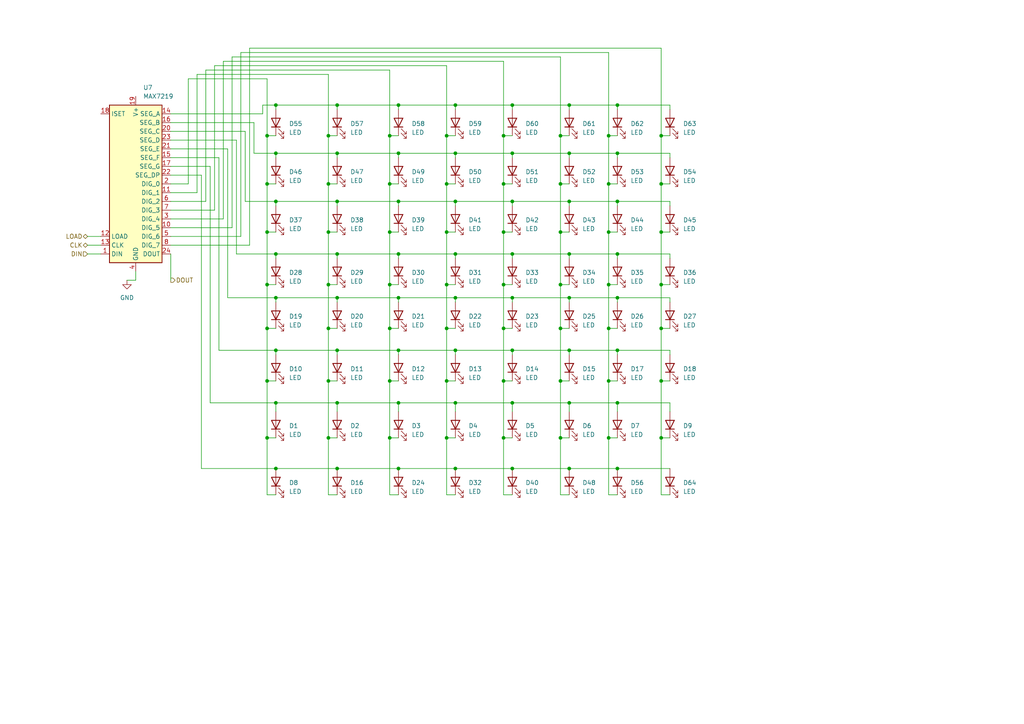
<source format=kicad_sch>
(kicad_sch (version 20250114) (generator "eeschema") (generator_version "9.0")
  (paper "A4")
  (lib_symbols
    (symbol "Device:LED" (pin_numbers (hide yes)) (pin_names (offset 1.016) (hide yes))
      (property "Reference" "D" (at 0 2.54 0))
      (property "Value" "LED" (at 0 -2.54 0))
      (symbol "LED_0_1"
        (polyline (pts (xy -3.048 -0.762) (xy -4.572 -2.286) (xy -3.81 -2.286) (xy -4.572 -2.286) (xy -4.572 -1.524)))
        (polyline (pts (xy -1.778 -0.762) (xy -3.302 -2.286) (xy -2.54 -2.286) (xy -3.302 -2.286) (xy -3.302 -1.524)))
        (polyline (pts (xy -1.27 0) (xy 1.27 0)))
        (polyline (pts (xy -1.27 -1.27) (xy -1.27 1.27)) (stroke (width 0.254)))
        (polyline (pts (xy 1.27 -1.27) (xy 1.27 1.27) (xy -1.27 0) (xy 1.27 -1.27)) (stroke (width 0.254)))
      )
      (symbol "LED_1_1"
        (pin passive line (at -3.81 0 0) (length 2.54) (name "K") (number "1"))
        (pin passive line (at 3.81 0 180) (length 2.54) (name "A") (number "2"))
      )
    )
    (symbol "Driver_LED:MAX7219"
      (property "Reference" "U" (at -6.35 24.13 0))
      (property "Value" "MAX7219" (at 1.27 25.4 0))
      (symbol "MAX7219_0_1"
        (rectangle (start -7.62 22.86) (end 7.62 -22.86) (stroke (width 0.254)) (fill (type background)))
      )
      (symbol "MAX7219_1_1"
        (pin input line (at -10.16 20.32 0) (length 2.54) (name "ISET") (number "18"))
        (pin input line (at -10.16 -15.24 0) (length 2.54) (name "LOAD") (number "12"))
        (pin input line (at -10.16 -17.78 0) (length 2.54) (name "CLK") (number "13"))
        (pin input line (at -10.16 -20.32 0) (length 2.54) (name "DIN") (number "1"))
        (pin power_in line (at 0 25.4 270) (length 2.54) (name "V+") (number "19"))
        (pin power_in line (at 0 -25.4 90) (length 2.54) (name "GND") (number "4"))
        (pin passive line (at 0 -25.4 90) (length 2.54) (hide yes) (name "GND") (number "9"))
        (pin output line (at 10.16 20.32 180) (length 2.54) (name "SEG_A") (number "14"))
        (pin output line (at 10.16 17.78 180) (length 2.54) (name "SEG_B") (number "16"))
        (pin output line (at 10.16 15.24 180) (length 2.54) (name "SEG_C") (number "20"))
        (pin output line (at 10.16 12.7 180) (length 2.54) (name "SEG_D") (number "23"))
        (pin output line (at 10.16 10.16 180) (length 2.54) (name "SEG_E") (number "21"))
        (pin output line (at 10.16 7.62 180) (length 2.54) (name "SEG_F") (number "15"))
        (pin output line (at 10.16 5.08 180) (length 2.54) (name "SEG_G") (number "17"))
        (pin output line (at 10.16 2.54 180) (length 2.54) (name "SEG_DP") (number "22"))
        (pin output line (at 10.16 0 180) (length 2.54) (name "DIG_0") (number "2"))
        (pin output line (at 10.16 -2.54 180) (length 2.54) (name "DIG_1") (number "11"))
        (pin output line (at 10.16 -5.08 180) (length 2.54) (name "DIG_2") (number "6"))
        (pin output line (at 10.16 -7.62 180) (length 2.54) (name "DIG_3") (number "7"))
        (pin output line (at 10.16 -10.16 180) (length 2.54) (name "DIG_4") (number "3"))
        (pin output line (at 10.16 -12.7 180) (length 2.54) (name "DIG_5") (number "10"))
        (pin output line (at 10.16 -15.24 180) (length 2.54) (name "DIG_6") (number "5"))
        (pin output line (at 10.16 -17.78 180) (length 2.54) (name "DIG_7") (number "8"))
        (pin output line (at 10.16 -20.32 180) (length 2.54) (name "DOUT") (number "24"))
      )
    )
    (symbol "power:GND" (power) (pin_numbers (hide yes)) (pin_names (offset 0) (hide yes))
      (property "Value" "GND" (at 0 -3.81 0))
      (symbol "GND_0_1"
        (polyline (pts (xy 0 0) (xy 0 -1.27) (xy 1.27 -1.27) (xy 0 -2.54) (xy -1.27 -1.27) (xy 0 -1.27)))
      )
      (symbol "GND_1_1"
        (pin power_in line (at 0 0 270) (length 0) (name "~") (number "1"))
      )
    )
  )
  (junction (at 80.01 135.89))
  (junction (at 176.53 95.25))
  (junction (at 129.54 39.37))
  (junction (at 132.08 86.36))
  (junction (at 132.08 135.89))
  (junction (at 113.03 67.31))
  (junction (at 165.1 58.42))
  (junction (at 176.53 39.37))
  (junction (at 162.56 53.34))
  (junction (at 129.54 110.49))
  (junction (at 165.1 73.66))
  (junction (at 95.25 95.25))
  (junction (at 97.79 101.6))
  (junction (at 148.59 135.89))
  (junction (at 80.01 30.48))
  (junction (at 113.03 39.37))
  (junction (at 80.01 73.66))
  (junction (at 129.54 82.55))
  (junction (at 191.77 95.25))
  (junction (at 129.54 67.31))
  (junction (at 95.25 39.37))
  (junction (at 191.77 39.37))
  (junction (at 129.54 95.25))
  (junction (at 77.47 95.25))
  (junction (at 165.1 44.45))
  (junction (at 97.79 116.84))
  (junction (at 95.25 110.49))
  (junction (at 148.59 30.48))
  (junction (at 132.08 30.48))
  (junction (at 95.25 67.31))
  (junction (at 115.57 116.84))
  (junction (at 146.05 39.37))
  (junction (at 132.08 58.42))
  (junction (at 97.79 73.66))
  (junction (at 132.08 101.6))
  (junction (at 162.56 110.49))
  (junction (at 179.07 86.36))
  (junction (at 115.57 30.48))
  (junction (at 77.47 82.55))
  (junction (at 146.05 127))
  (junction (at 191.77 82.55))
  (junction (at 179.07 116.84))
  (junction (at 115.57 58.42))
  (junction (at 176.53 110.49))
  (junction (at 191.77 110.49))
  (junction (at 97.79 135.89))
  (junction (at 176.53 82.55))
  (junction (at 179.07 58.42))
  (junction (at 176.53 67.31))
  (junction (at 129.54 53.34))
  (junction (at 179.07 30.48))
  (junction (at 95.25 53.34))
  (junction (at 115.57 44.45))
  (junction (at 165.1 116.84))
  (junction (at 148.59 73.66))
  (junction (at 97.79 86.36))
  (junction (at 148.59 101.6))
  (junction (at 80.01 116.84))
  (junction (at 77.47 110.49))
  (junction (at 148.59 86.36))
  (junction (at 162.56 127))
  (junction (at 165.1 101.6))
  (junction (at 162.56 95.25))
  (junction (at 179.07 135.89))
  (junction (at 132.08 44.45))
  (junction (at 113.03 95.25))
  (junction (at 148.59 116.84))
  (junction (at 179.07 101.6))
  (junction (at 165.1 135.89))
  (junction (at 95.25 82.55))
  (junction (at 165.1 30.48))
  (junction (at 80.01 86.36))
  (junction (at 132.08 73.66))
  (junction (at 77.47 39.37))
  (junction (at 146.05 95.25))
  (junction (at 97.79 30.48))
  (junction (at 148.59 44.45))
  (junction (at 162.56 67.31))
  (junction (at 115.57 73.66))
  (junction (at 179.07 44.45))
  (junction (at 162.56 39.37))
  (junction (at 146.05 110.49))
  (junction (at 97.79 44.45))
  (junction (at 146.05 67.31))
  (junction (at 115.57 135.89))
  (junction (at 146.05 53.34))
  (junction (at 165.1 86.36))
  (junction (at 191.77 53.34))
  (junction (at 176.53 53.34))
  (junction (at 77.47 127))
  (junction (at 162.56 82.55))
  (junction (at 113.03 127))
  (junction (at 146.05 82.55))
  (junction (at 113.03 82.55))
  (junction (at 77.47 53.34))
  (junction (at 80.01 58.42))
  (junction (at 191.77 127))
  (junction (at 113.03 110.49))
  (junction (at 115.57 101.6))
  (junction (at 132.08 116.84))
  (junction (at 129.54 127))
  (junction (at 115.57 86.36))
  (junction (at 148.59 58.42))
  (junction (at 97.79 58.42))
  (junction (at 80.01 101.6))
  (junction (at 113.03 53.34))
  (junction (at 95.25 127))
  (junction (at 176.53 127))
  (junction (at 179.07 73.66))
  (junction (at 191.77 67.31))
  (junction (at 80.01 44.45))
  (junction (at 77.47 67.31))
  (wire (pts (xy 194.31 86.36) (xy 194.31 87.63)))
  (wire (pts (xy 179.07 86.36) (xy 194.31 86.36)))
  (wire (pts (xy 146.05 110.49) (xy 146.05 127)))
  (wire (pts (xy 165.1 86.36) (xy 165.1 87.63)))
  (wire (pts (xy 97.79 58.42) (xy 115.57 58.42)))
  (wire (pts (xy 113.03 67.31) (xy 113.03 82.55)))
  (wire (pts (xy 113.03 39.37) (xy 115.57 39.37)))
  (wire (pts (xy 72.39 71.12) (xy 72.39 13.97)))
  (wire (pts (xy 77.47 39.37) (xy 77.47 53.34)))
  (wire (pts (xy 146.05 17.78) (xy 146.05 39.37)))
  (wire (pts (xy 113.03 110.49) (xy 113.03 127)))
  (wire (pts (xy 162.56 82.55) (xy 165.1 82.55)))
  (wire (pts (xy 49.53 73.66) (xy 49.53 81.28)))
  (wire (pts (xy 49.53 53.34) (xy 54.61 53.34)))
  (wire (pts (xy 148.59 73.66) (xy 148.59 74.93)))
  (wire (pts (xy 191.77 53.34) (xy 191.77 67.31)))
  (wire (pts (xy 162.56 110.49) (xy 165.1 110.49)))
  (wire (pts (xy 146.05 95.25) (xy 146.05 110.49)))
  (wire (pts (xy 115.57 58.42) (xy 132.08 58.42)))
  (wire (pts (xy 95.25 110.49) (xy 95.25 127)))
  (wire (pts (xy 115.57 73.66) (xy 115.57 74.93)))
  (wire (pts (xy 113.03 67.31) (xy 115.57 67.31)))
  (wire (pts (xy 77.47 95.25) (xy 80.01 95.25)))
  (wire (pts (xy 129.54 82.55) (xy 132.08 82.55)))
  (wire (pts (xy 165.1 116.84) (xy 179.07 116.84)))
  (wire (pts (xy 165.1 58.42) (xy 179.07 58.42)))
  (wire (pts (xy 25.4 73.66) (xy 29.21 73.66)))
  (wire (pts (xy 191.77 95.25) (xy 194.31 95.25)))
  (wire (pts (xy 179.07 135.89) (xy 194.31 135.89)))
  (wire (pts (xy 176.53 82.55) (xy 176.53 95.25)))
  (wire (pts (xy 115.57 44.45) (xy 115.57 45.72)))
  (wire (pts (xy 95.25 143.51) (xy 97.79 143.51)))
  (wire (pts (xy 176.53 95.25) (xy 179.07 95.25)))
  (wire (pts (xy 95.25 67.31) (xy 95.25 82.55)))
  (wire (pts (xy 54.61 22.86) (xy 77.47 22.86)))
  (wire (pts (xy 62.23 60.96) (xy 62.23 19.05)))
  (wire (pts (xy 132.08 44.45) (xy 132.08 45.72)))
  (wire (pts (xy 113.03 53.34) (xy 113.03 67.31)))
  (wire (pts (xy 129.54 39.37) (xy 129.54 53.34)))
  (wire (pts (xy 115.57 135.89) (xy 132.08 135.89)))
  (wire (pts (xy 176.53 127) (xy 179.07 127)))
  (wire (pts (xy 194.31 58.42) (xy 194.31 59.69)))
  (wire (pts (xy 80.01 101.6) (xy 80.01 102.87)))
  (wire (pts (xy 191.77 82.55) (xy 194.31 82.55)))
  (wire (pts (xy 179.07 116.84) (xy 194.31 116.84)))
  (wire (pts (xy 113.03 143.51) (xy 115.57 143.51)))
  (wire (pts (xy 115.57 58.42) (xy 115.57 59.69)))
  (wire (pts (xy 162.56 127) (xy 162.56 143.51)))
  (wire (pts (xy 146.05 67.31) (xy 146.05 82.55)))
  (wire (pts (xy 69.85 15.24) (xy 176.53 15.24)))
  (wire (pts (xy 146.05 53.34) (xy 148.59 53.34)))
  (wire (pts (xy 115.57 116.84) (xy 115.57 119.38)))
  (wire (pts (xy 95.25 95.25) (xy 95.25 110.49)))
  (wire (pts (xy 129.54 67.31) (xy 129.54 82.55)))
  (wire (pts (xy 77.47 127) (xy 77.47 143.51)))
  (wire (pts (xy 67.31 66.04) (xy 67.31 16.51)))
  (wire (pts (xy 179.07 44.45) (xy 165.1 44.45)))
  (wire (pts (xy 179.07 58.42) (xy 179.07 59.69)))
  (wire (pts (xy 146.05 67.31) (xy 148.59 67.31)))
  (wire (pts (xy 113.03 95.25) (xy 115.57 95.25)))
  (wire (pts (xy 165.1 135.89) (xy 179.07 135.89)))
  (wire (pts (xy 129.54 143.51) (xy 132.08 143.51)))
  (wire (pts (xy 95.25 95.25) (xy 97.79 95.25)))
  (wire (pts (xy 129.54 110.49) (xy 132.08 110.49)))
  (wire (pts (xy 191.77 82.55) (xy 191.77 95.25)))
  (wire (pts (xy 148.59 58.42) (xy 148.59 59.69)))
  (wire (pts (xy 115.57 86.36) (xy 115.57 87.63)))
  (wire (pts (xy 162.56 95.25) (xy 162.56 110.49)))
  (wire (pts (xy 162.56 39.37) (xy 165.1 39.37)))
  (wire (pts (xy 59.69 58.42) (xy 59.69 20.32)))
  (wire (pts (xy 95.25 39.37) (xy 97.79 39.37)))
  (wire (pts (xy 73.66 35.56) (xy 49.53 35.56)))
  (wire (pts (xy 146.05 53.34) (xy 146.05 67.31)))
  (wire (pts (xy 148.59 44.45) (xy 132.08 44.45)))
  (wire (pts (xy 49.53 71.12) (xy 72.39 71.12)))
  (wire (pts (xy 58.42 50.8) (xy 49.53 50.8)))
  (wire (pts (xy 77.47 82.55) (xy 80.01 82.55)))
  (wire (pts (xy 80.01 73.66) (xy 97.79 73.66)))
  (wire (pts (xy 97.79 101.6) (xy 115.57 101.6)))
  (wire (pts (xy 146.05 143.51) (xy 148.59 143.51)))
  (wire (pts (xy 95.25 67.31) (xy 97.79 67.31)))
  (wire (pts (xy 148.59 116.84) (xy 165.1 116.84)))
  (wire (pts (xy 191.77 67.31) (xy 194.31 67.31)))
  (wire (pts (xy 146.05 82.55) (xy 148.59 82.55)))
  (wire (pts (xy 113.03 82.55) (xy 113.03 95.25)))
  (wire (pts (xy 80.01 44.45) (xy 73.66 44.45)))
  (wire (pts (xy 179.07 73.66) (xy 179.07 74.93)))
  (wire (pts (xy 95.25 110.49) (xy 97.79 110.49)))
  (wire (pts (xy 115.57 73.66) (xy 132.08 73.66)))
  (wire (pts (xy 115.57 44.45) (xy 97.79 44.45)))
  (wire (pts (xy 148.59 30.48) (xy 132.08 30.48)))
  (wire (pts (xy 148.59 44.45) (xy 148.59 45.72)))
  (wire (pts (xy 80.01 116.84) (xy 80.01 119.38)))
  (wire (pts (xy 77.47 22.86) (xy 77.47 39.37)))
  (wire (pts (xy 39.37 81.28) (xy 36.83 81.28)))
  (wire (pts (xy 148.59 116.84) (xy 148.59 119.38)))
  (wire (pts (xy 176.53 53.34) (xy 179.07 53.34)))
  (wire (pts (xy 162.56 143.51) (xy 165.1 143.51)))
  (wire (pts (xy 77.47 110.49) (xy 80.01 110.49)))
  (wire (pts (xy 194.31 30.48) (xy 179.07 30.48)))
  (wire (pts (xy 80.01 58.42) (xy 97.79 58.42)))
  (wire (pts (xy 25.4 68.58) (xy 29.21 68.58)))
  (wire (pts (xy 77.47 127) (xy 80.01 127)))
  (wire (pts (xy 148.59 58.42) (xy 165.1 58.42)))
  (wire (pts (xy 191.77 13.97) (xy 191.77 39.37)))
  (wire (pts (xy 162.56 110.49) (xy 162.56 127)))
  (wire (pts (xy 77.47 67.31) (xy 80.01 67.31)))
  (wire (pts (xy 132.08 30.48) (xy 115.57 30.48)))
  (wire (pts (xy 191.77 143.51) (xy 194.31 143.51)))
  (wire (pts (xy 80.01 73.66) (xy 80.01 74.93)))
  (wire (pts (xy 68.58 40.64) (xy 49.53 40.64)))
  (wire (pts (xy 132.08 101.6) (xy 132.08 102.87)))
  (wire (pts (xy 77.47 143.51) (xy 80.01 143.51)))
  (wire (pts (xy 97.79 44.45) (xy 97.79 45.72)))
  (wire (pts (xy 25.4 71.12) (xy 29.21 71.12)))
  (wire (pts (xy 80.01 135.89) (xy 97.79 135.89)))
  (wire (pts (xy 162.56 16.51) (xy 162.56 39.37)))
  (wire (pts (xy 77.47 67.31) (xy 77.47 82.55)))
  (wire (pts (xy 68.58 73.66) (xy 80.01 73.66)))
  (wire (pts (xy 132.08 116.84) (xy 132.08 119.38)))
  (wire (pts (xy 66.04 86.36) (xy 80.01 86.36)))
  (wire (pts (xy 49.53 66.04) (xy 67.31 66.04)))
  (wire (pts (xy 129.54 39.37) (xy 132.08 39.37)))
  (wire (pts (xy 165.1 86.36) (xy 179.07 86.36)))
  (wire (pts (xy 146.05 110.49) (xy 148.59 110.49)))
  (wire (pts (xy 72.39 13.97) (xy 191.77 13.97)))
  (wire (pts (xy 95.25 127) (xy 95.25 143.51)))
  (wire (pts (xy 64.77 63.5) (xy 64.77 17.78)))
  (wire (pts (xy 80.01 86.36) (xy 80.01 87.63)))
  (wire (pts (xy 97.79 73.66) (xy 115.57 73.66)))
  (wire (pts (xy 95.25 53.34) (xy 97.79 53.34)))
  (wire (pts (xy 129.54 127) (xy 129.54 143.51)))
  (wire (pts (xy 176.53 53.34) (xy 176.53 67.31)))
  (wire (pts (xy 162.56 127) (xy 165.1 127)))
  (wire (pts (xy 132.08 86.36) (xy 132.08 87.63)))
  (wire (pts (xy 63.5 45.72) (xy 49.53 45.72)))
  (wire (pts (xy 57.15 21.59) (xy 95.25 21.59)))
  (wire (pts (xy 60.96 48.26) (xy 49.53 48.26)))
  (wire (pts (xy 132.08 58.42) (xy 148.59 58.42)))
  (wire (pts (xy 62.23 19.05) (xy 129.54 19.05)))
  (wire (pts (xy 148.59 101.6) (xy 165.1 101.6)))
  (wire (pts (xy 176.53 67.31) (xy 176.53 82.55)))
  (wire (pts (xy 165.1 102.87) (xy 165.1 101.6)))
  (wire (pts (xy 165.1 30.48) (xy 148.59 30.48)))
  (wire (pts (xy 97.79 44.45) (xy 80.01 44.45)))
  (wire (pts (xy 165.1 73.66) (xy 179.07 73.66)))
  (wire (pts (xy 129.54 127) (xy 132.08 127)))
  (wire (pts (xy 162.56 67.31) (xy 165.1 67.31)))
  (wire (pts (xy 148.59 86.36) (xy 148.59 87.63)))
  (wire (pts (xy 179.07 86.36) (xy 179.07 87.63)))
  (wire (pts (xy 162.56 82.55) (xy 162.56 95.25)))
  (wire (pts (xy 162.56 95.25) (xy 165.1 95.25)))
  (wire (pts (xy 77.47 39.37) (xy 80.01 39.37)))
  (wire (pts (xy 179.07 30.48) (xy 165.1 30.48)))
  (wire (pts (xy 63.5 101.6) (xy 80.01 101.6)))
  (wire (pts (xy 95.25 21.59) (xy 95.25 39.37)))
  (wire (pts (xy 39.37 78.74) (xy 39.37 81.28)))
  (wire (pts (xy 49.53 60.96) (xy 62.23 60.96)))
  (wire (pts (xy 179.07 44.45) (xy 179.07 45.72)))
  (wire (pts (xy 59.69 20.32) (xy 113.03 20.32)))
  (wire (pts (xy 80.01 58.42) (xy 80.01 59.69)))
  (wire (pts (xy 60.96 48.26) (xy 60.96 116.84)))
  (wire (pts (xy 97.79 135.89) (xy 115.57 135.89)))
  (wire (pts (xy 115.57 86.36) (xy 132.08 86.36)))
  (wire (pts (xy 132.08 73.66) (xy 148.59 73.66)))
  (wire (pts (xy 191.77 39.37) (xy 191.77 53.34)))
  (wire (pts (xy 76.2 30.48) (xy 76.2 33.02)))
  (wire (pts (xy 95.25 127) (xy 97.79 127)))
  (wire (pts (xy 132.08 116.84) (xy 148.59 116.84)))
  (wire (pts (xy 97.79 116.84) (xy 97.79 119.38)))
  (wire (pts (xy 129.54 95.25) (xy 129.54 110.49)))
  (wire (pts (xy 97.79 30.48) (xy 80.01 30.48)))
  (wire (pts (xy 148.59 101.6) (xy 148.59 102.87)))
  (wire (pts (xy 54.61 53.34) (xy 54.61 22.86)))
  (wire (pts (xy 194.31 101.6) (xy 194.31 102.87)))
  (wire (pts (xy 146.05 127) (xy 148.59 127)))
  (wire (pts (xy 129.54 95.25) (xy 132.08 95.25)))
  (wire (pts (xy 129.54 53.34) (xy 129.54 67.31)))
  (wire (pts (xy 68.58 40.64) (xy 68.58 73.66)))
  (wire (pts (xy 165.1 101.6) (xy 179.07 101.6)))
  (wire (pts (xy 49.53 33.02) (xy 76.2 33.02)))
  (wire (pts (xy 179.07 101.6) (xy 194.31 101.6)))
  (wire (pts (xy 146.05 82.55) (xy 146.05 95.25)))
  (wire (pts (xy 146.05 95.25) (xy 148.59 95.25)))
  (wire (pts (xy 165.1 44.45) (xy 148.59 44.45)))
  (wire (pts (xy 77.47 53.34) (xy 77.47 67.31)))
  (wire (pts (xy 95.25 39.37) (xy 95.25 53.34)))
  (wire (pts (xy 148.59 73.66) (xy 165.1 73.66)))
  (wire (pts (xy 132.08 30.48) (xy 132.08 31.75)))
  (wire (pts (xy 165.1 44.45) (xy 165.1 45.72)))
  (wire (pts (xy 73.66 35.56) (xy 73.66 44.45)))
  (wire (pts (xy 113.03 95.25) (xy 113.03 110.49)))
  (wire (pts (xy 95.25 82.55) (xy 97.79 82.55)))
  (wire (pts (xy 132.08 101.6) (xy 148.59 101.6)))
  (wire (pts (xy 97.79 30.48) (xy 97.79 31.75)))
  (wire (pts (xy 115.57 116.84) (xy 132.08 116.84)))
  (wire (pts (xy 162.56 53.34) (xy 165.1 53.34)))
  (wire (pts (xy 97.79 58.42) (xy 97.79 59.69)))
  (wire (pts (xy 148.59 30.48) (xy 148.59 31.75)))
  (wire (pts (xy 77.47 53.34) (xy 80.01 53.34)))
  (wire (pts (xy 176.53 127) (xy 176.53 143.51)))
  (wire (pts (xy 191.77 39.37) (xy 194.31 39.37)))
  (wire (pts (xy 176.53 39.37) (xy 176.53 53.34)))
  (wire (pts (xy 80.01 30.48) (xy 76.2 30.48)))
  (wire (pts (xy 129.54 67.31) (xy 132.08 67.31)))
  (wire (pts (xy 113.03 39.37) (xy 113.03 53.34)))
  (wire (pts (xy 132.08 135.89) (xy 148.59 135.89)))
  (wire (pts (xy 129.54 110.49) (xy 129.54 127)))
  (wire (pts (xy 191.77 110.49) (xy 191.77 127)))
  (wire (pts (xy 165.1 58.42) (xy 165.1 59.69)))
  (wire (pts (xy 95.25 53.34) (xy 95.25 67.31)))
  (wire (pts (xy 132.08 86.36) (xy 148.59 86.36)))
  (wire (pts (xy 113.03 127) (xy 113.03 143.51)))
  (wire (pts (xy 176.53 110.49) (xy 176.53 127)))
  (wire (pts (xy 95.25 82.55) (xy 95.25 95.25)))
  (wire (pts (xy 165.1 73.66) (xy 165.1 74.93)))
  (wire (pts (xy 57.15 55.88) (xy 57.15 21.59)))
  (wire (pts (xy 97.79 73.66) (xy 97.79 74.93)))
  (wire (pts (xy 165.1 116.84) (xy 165.1 119.38)))
  (wire (pts (xy 49.53 58.42) (xy 59.69 58.42)))
  (wire (pts (xy 115.57 101.6) (xy 132.08 101.6)))
  (wire (pts (xy 194.31 73.66) (xy 194.31 74.93)))
  (wire (pts (xy 191.77 127) (xy 194.31 127)))
  (wire (pts (xy 191.77 67.31) (xy 191.77 82.55)))
  (wire (pts (xy 80.01 44.45) (xy 80.01 45.72)))
  (wire (pts (xy 162.56 67.31) (xy 162.56 82.55)))
  (wire (pts (xy 176.53 143.51) (xy 179.07 143.51)))
  (wire (pts (xy 71.12 38.1) (xy 49.53 38.1)))
  (wire (pts (xy 49.53 55.88) (xy 57.15 55.88)))
  (wire (pts (xy 162.56 39.37) (xy 162.56 53.34)))
  (wire (pts (xy 58.42 50.8) (xy 58.42 135.89)))
  (wire (pts (xy 113.03 53.34) (xy 115.57 53.34)))
  (wire (pts (xy 77.47 110.49) (xy 77.47 127)))
  (wire (pts (xy 80.01 86.36) (xy 97.79 86.36)))
  (wire (pts (xy 176.53 82.55) (xy 179.07 82.55)))
  (wire (pts (xy 146.05 127) (xy 146.05 143.51)))
  (wire (pts (xy 97.79 101.6) (xy 97.79 102.87)))
  (wire (pts (xy 132.08 58.42) (xy 132.08 59.69)))
  (wire (pts (xy 69.85 68.58) (xy 69.85 15.24)))
  (wire (pts (xy 165.1 30.48) (xy 165.1 31.75)))
  (wire (pts (xy 179.07 58.42) (xy 194.31 58.42)))
  (wire (pts (xy 49.53 68.58) (xy 69.85 68.58)))
  (wire (pts (xy 115.57 30.48) (xy 97.79 30.48)))
  (wire (pts (xy 115.57 30.48) (xy 115.57 31.75)))
  (wire (pts (xy 194.31 44.45) (xy 179.07 44.45)))
  (wire (pts (xy 179.07 30.48) (xy 179.07 31.75)))
  (wire (pts (xy 191.77 127) (xy 191.77 143.51)))
  (wire (pts (xy 63.5 45.72) (xy 63.5 101.6)))
  (wire (pts (xy 77.47 82.55) (xy 77.47 95.25)))
  (wire (pts (xy 66.04 43.18) (xy 49.53 43.18)))
  (wire (pts (xy 176.53 15.24) (xy 176.53 39.37)))
  (wire (pts (xy 191.77 53.34) (xy 194.31 53.34)))
  (wire (pts (xy 60.96 116.84) (xy 80.01 116.84)))
  (wire (pts (xy 58.42 135.89) (xy 80.01 135.89)))
  (wire (pts (xy 176.53 110.49) (xy 179.07 110.49)))
  (wire (pts (xy 113.03 82.55) (xy 115.57 82.55)))
  (wire (pts (xy 146.05 39.37) (xy 148.59 39.37)))
  (wire (pts (xy 194.31 45.72) (xy 194.31 44.45)))
  (wire (pts (xy 64.77 17.78) (xy 146.05 17.78)))
  (wire (pts (xy 191.77 95.25) (xy 191.77 110.49)))
  (wire (pts (xy 148.59 86.36) (xy 165.1 86.36)))
  (wire (pts (xy 80.01 116.84) (xy 97.79 116.84)))
  (wire (pts (xy 194.31 116.84) (xy 194.31 119.38)))
  (wire (pts (xy 115.57 101.6) (xy 115.57 102.87)))
  (wire (pts (xy 97.79 86.36) (xy 97.79 87.63)))
  (wire (pts (xy 129.54 82.55) (xy 129.54 95.25)))
  (wire (pts (xy 129.54 19.05) (xy 129.54 39.37)))
  (wire (pts (xy 179.07 101.6) (xy 179.07 102.87)))
  (wire (pts (xy 71.12 58.42) (xy 71.12 38.1)))
  (wire (pts (xy 66.04 43.18) (xy 66.04 86.36)))
  (wire (pts (xy 80.01 101.6) (xy 97.79 101.6)))
  (wire (pts (xy 146.05 39.37) (xy 146.05 53.34)))
  (wire (pts (xy 113.03 110.49) (xy 115.57 110.49)))
  (wire (pts (xy 179.07 116.84) (xy 179.07 119.38)))
  (wire (pts (xy 132.08 73.66) (xy 132.08 74.93)))
  (wire (pts (xy 97.79 86.36) (xy 115.57 86.36)))
  (wire (pts (xy 148.59 135.89) (xy 165.1 135.89)))
  (wire (pts (xy 80.01 58.42) (xy 71.12 58.42)))
  (wire (pts (xy 176.53 95.25) (xy 176.53 110.49)))
  (wire (pts (xy 67.31 16.51) (xy 162.56 16.51)))
  (wire (pts (xy 162.56 53.34) (xy 162.56 67.31)))
  (wire (pts (xy 176.53 39.37) (xy 179.07 39.37)))
  (wire (pts (xy 97.79 116.84) (xy 115.57 116.84)))
  (wire (pts (xy 179.07 73.66) (xy 194.31 73.66)))
  (wire (pts (xy 191.77 110.49) (xy 194.31 110.49)))
  (wire (pts (xy 113.03 127) (xy 115.57 127)))
  (wire (pts (xy 80.01 30.48) (xy 80.01 31.75)))
  (wire (pts (xy 113.03 20.32) (xy 113.03 39.37)))
  (wire (pts (xy 77.47 95.25) (xy 77.47 110.49)))
  (wire (pts (xy 49.53 63.5) (xy 64.77 63.5)))
  (wire (pts (xy 194.31 31.75) (xy 194.31 30.48)))
  (wire (pts (xy 132.08 44.45) (xy 115.57 44.45)))
  (wire (pts (xy 129.54 53.34) (xy 132.08 53.34)))
  (wire (pts (xy 176.53 67.31) (xy 179.07 67.31)))
  (hierarchical_label "DOUT" (shape output) (at 49.53 81.28 0))
  (hierarchical_label "LOAD" (shape bidirectional) (at 25.4 68.58 180))
  (hierarchical_label "DIN" (shape input) (at 25.4 73.66 180))
  (hierarchical_label "CLK" (shape bidirectional) (at 25.4 71.12 180))
  (symbol (lib_id "Device:LED") (at 132.08 78.74 90) (unit 1)
    (property "Reference" "D31" (at 135.89 79.0574 90) (effects (justify right)))
    (property "Value" "LED" (at 135.89 81.5974 90) (effects (justify right)))
    (property "Footprint" "LED_THT:LED_D3.0mm" (effects (hide yes)))
    (property "Description" "Light emitting diode" (effects (hide yes)))
    (property "Sim.Pins" "1=K 2=A" (effects (hide yes)))
  )
  (symbol (lib_id "Device:LED") (at 115.57 63.5 90) (unit 1)
    (property "Reference" "D39" (at 119.38 63.8174 90) (effects (justify right)))
    (property "Value" "LED" (at 119.38 66.3574 90) (effects (justify right)))
    (property "Footprint" "LED_THT:LED_D3.0mm" (effects (hide yes)))
    (property "Description" "Light emitting diode" (effects (hide yes)))
    (property "Sim.Pins" "1=K 2=A" (effects (hide yes)))
  )
  (symbol (lib_id "Device:LED") (at 80.01 49.53 90) (unit 1)
    (property "Reference" "D46" (at 83.82 49.8474 90) (effects (justify right)))
    (property "Value" "LED" (at 83.82 52.3874 90) (effects (justify right)))
    (property "Footprint" "LED_THT:LED_D3.0mm" (effects (hide yes)))
    (property "Description" "Light emitting diode" (effects (hide yes)))
    (property "Sim.Pins" "1=K 2=A" (effects (hide yes)))
  )
  (symbol (lib_id "Device:LED") (at 115.57 106.68 90) (unit 1)
    (property "Reference" "D12" (at 119.38 106.9974 90) (effects (justify right)))
    (property "Value" "LED" (at 119.38 109.5374 90) (effects (justify right)))
    (property "Footprint" "LED_THT:LED_D3.0mm" (effects (hide yes)))
    (property "Description" "Light emitting diode" (effects (hide yes)))
    (property "Sim.Pins" "1=K 2=A" (effects (hide yes)))
  )
  (symbol (lib_id "Device:LED") (at 115.57 123.19 90) (unit 1)
    (property "Reference" "D3" (at 119.38 123.5074 90) (effects (justify right)))
    (property "Value" "LED" (at 119.38 126.0474 90) (effects (justify right)))
    (property "Footprint" "LED_THT:LED_D3.0mm" (effects (hide yes)))
    (property "Description" "Light emitting diode" (effects (hide yes)))
    (property "Sim.Pins" "1=K 2=A" (effects (hide yes)))
  )
  (symbol (lib_id "Device:LED") (at 80.01 123.19 90) (unit 1)
    (property "Reference" "D1" (at 83.82 123.5074 90) (effects (justify right)))
    (property "Value" "LED" (at 83.82 126.0474 90) (effects (justify right)))
    (property "Footprint" "LED_THT:LED_D3.0mm" (effects (hide yes)))
    (property "Description" "Light emitting diode" (effects (hide yes)))
    (property "Sim.Pins" "1=K 2=A" (effects (hide yes)))
  )
  (symbol (lib_id "Device:LED") (at 97.79 78.74 90) (unit 1)
    (property "Reference" "D29" (at 101.6 79.0574 90) (effects (justify right)))
    (property "Value" "LED" (at 101.6 81.5974 90) (effects (justify right)))
    (property "Footprint" "LED_THT:LED_D3.0mm" (effects (hide yes)))
    (property "Description" "Light emitting diode" (effects (hide yes)))
    (property "Sim.Pins" "1=K 2=A" (effects (hide yes)))
  )
  (symbol (lib_id "Device:LED") (at 165.1 106.68 90) (unit 1)
    (property "Reference" "D15" (at 168.91 106.9974 90) (effects (justify right)))
    (property "Value" "LED" (at 168.91 109.5374 90) (effects (justify right)))
    (property "Footprint" "LED_THT:LED_D3.0mm" (effects (hide yes)))
    (property "Description" "Light emitting diode" (effects (hide yes)))
    (property "Sim.Pins" "1=K 2=A" (effects (hide yes)))
  )
  (symbol (lib_id "Device:LED") (at 97.79 91.44 90) (unit 1)
    (property "Reference" "D20" (at 101.6 91.7574 90) (effects (justify right)))
    (property "Value" "LED" (at 101.6 94.2974 90) (effects (justify right)))
    (property "Footprint" "LED_THT:LED_D3.0mm" (effects (hide yes)))
    (property "Description" "Light emitting diode" (effects (hide yes)))
    (property "Sim.Pins" "1=K 2=A" (effects (hide yes)))
  )
  (symbol (lib_id "Device:LED") (at 132.08 91.44 90) (unit 1)
    (property "Reference" "D22" (at 135.89 91.7574 90) (effects (justify right)))
    (property "Value" "LED" (at 135.89 94.2974 90) (effects (justify right)))
    (property "Footprint" "LED_THT:LED_D3.0mm" (effects (hide yes)))
    (property "Description" "Light emitting diode" (effects (hide yes)))
    (property "Sim.Pins" "1=K 2=A" (effects (hide yes)))
  )
  (symbol (lib_id "Device:LED") (at 97.79 35.56 90) (unit 1)
    (property "Reference" "D57" (at 101.6 35.8774 90) (effects (justify right)))
    (property "Value" "LED" (at 101.6 38.4174 90) (effects (justify right)))
    (property "Footprint" "LED_THT:LED_D3.0mm" (effects (hide yes)))
    (property "Description" "Light emitting diode" (effects (hide yes)))
    (property "Sim.Pins" "1=K 2=A" (effects (hide yes)))
  )
  (symbol (lib_id "Device:LED") (at 194.31 49.53 90) (unit 1)
    (property "Reference" "D54" (at 198.12 49.8474 90) (effects (justify right)))
    (property "Value" "LED" (at 198.12 52.3874 90) (effects (justify right)))
    (property "Footprint" "LED_THT:LED_D3.0mm" (effects (hide yes)))
    (property "Description" "Light emitting diode" (effects (hide yes)))
    (property "Sim.Pins" "1=K 2=A" (effects (hide yes)))
  )
  (symbol (lib_id "Device:LED") (at 115.57 49.53 90) (unit 1)
    (property "Reference" "D49" (at 119.38 49.8474 90) (effects (justify right)))
    (property "Value" "LED" (at 119.38 52.3874 90) (effects (justify right)))
    (property "Footprint" "LED_THT:LED_D3.0mm" (effects (hide yes)))
    (property "Description" "Light emitting diode" (effects (hide yes)))
    (property "Sim.Pins" "1=K 2=A" (effects (hide yes)))
  )
  (symbol (lib_id "Device:LED") (at 165.1 63.5 90) (unit 1)
    (property "Reference" "D43" (at 168.91 63.8174 90) (effects (justify right)))
    (property "Value" "LED" (at 168.91 66.3574 90) (effects (justify right)))
    (property "Footprint" "LED_THT:LED_D3.0mm" (effects (hide yes)))
    (property "Description" "Light emitting diode" (effects (hide yes)))
    (property "Sim.Pins" "1=K 2=A" (effects (hide yes)))
  )
  (symbol (lib_id "Device:LED") (at 97.79 63.5 90) (unit 1)
    (property "Reference" "D38" (at 101.6 63.8174 90) (effects (justify right)))
    (property "Value" "LED" (at 101.6 66.3574 90) (effects (justify right)))
    (property "Footprint" "LED_THT:LED_D3.0mm" (effects (hide yes)))
    (property "Description" "Light emitting diode" (effects (hide yes)))
    (property "Sim.Pins" "1=K 2=A" (effects (hide yes)))
  )
  (symbol (lib_id "Device:LED") (at 132.08 49.53 90) (unit 1)
    (property "Reference" "D50" (at 135.89 49.8474 90) (effects (justify right)))
    (property "Value" "LED" (at 135.89 52.3874 90) (effects (justify right)))
    (property "Footprint" "LED_THT:LED_D3.0mm" (effects (hide yes)))
    (property "Description" "Light emitting diode" (effects (hide yes)))
    (property "Sim.Pins" "1=K 2=A" (effects (hide yes)))
  )
  (symbol (lib_id "Device:LED") (at 80.01 63.5 90) (unit 1)
    (property "Reference" "D37" (at 83.82 63.8174 90) (effects (justify right)))
    (property "Value" "LED" (at 83.82 66.3574 90) (effects (justify right)))
    (property "Footprint" "LED_THT:LED_D3.0mm" (effects (hide yes)))
    (property "Description" "Light emitting diode" (effects (hide yes)))
    (property "Sim.Pins" "1=K 2=A" (effects (hide yes)))
  )
  (symbol (lib_id "Device:LED") (at 179.07 91.44 90) (unit 1)
    (property "Reference" "D26" (at 182.88 91.7574 90) (effects (justify right)))
    (property "Value" "LED" (at 182.88 94.2974 90) (effects (justify right)))
    (property "Footprint" "LED_THT:LED_D3.0mm" (effects (hide yes)))
    (property "Description" "Light emitting diode" (effects (hide yes)))
    (property "Sim.Pins" "1=K 2=A" (effects (hide yes)))
  )
  (symbol (lib_id "Device:LED") (at 148.59 123.19 90) (unit 1)
    (property "Reference" "D5" (at 152.4 123.5074 90) (effects (justify right)))
    (property "Value" "LED" (at 152.4 126.0474 90) (effects (justify right)))
    (property "Footprint" "LED_THT:LED_D3.0mm" (effects (hide yes)))
    (property "Description" "Light emitting diode" (effects (hide yes)))
    (property "Sim.Pins" "1=K 2=A" (effects (hide yes)))
  )
  (symbol (lib_id "Device:LED") (at 179.07 139.7 90) (unit 1)
    (property "Reference" "D56" (at 182.88 140.0174 90) (effects (justify right)))
    (property "Value" "LED" (at 182.88 142.5574 90) (effects (justify right)))
    (property "Footprint" "LED_THT:LED_D3.0mm" (effects (hide yes)))
    (property "Description" "Light emitting diode" (effects (hide yes)))
    (property "Sim.Pins" "1=K 2=A" (effects (hide yes)))
  )
  (symbol (lib_id "Device:LED") (at 80.01 35.56 90) (unit 1)
    (property "Reference" "D55" (at 83.82 35.8774 90) (effects (justify right)))
    (property "Value" "LED" (at 83.82 38.4174 90) (effects (justify right)))
    (property "Footprint" "LED_THT:LED_D3.0mm" (effects (hide yes)))
    (property "Description" "Light emitting diode" (effects (hide yes)))
    (property "Sim.Pins" "1=K 2=A" (effects (hide yes)))
  )
  (symbol (lib_id "Device:LED") (at 80.01 91.44 90) (unit 1)
    (property "Reference" "D19" (at 83.82 91.7574 90) (effects (justify right)))
    (property "Value" "LED" (at 83.82 94.2974 90) (effects (justify right)))
    (property "Footprint" "LED_THT:LED_D3.0mm" (effects (hide yes)))
    (property "Description" "Light emitting diode" (effects (hide yes)))
    (property "Sim.Pins" "1=K 2=A" (effects (hide yes)))
  )
  (symbol (lib_id "Device:LED") (at 179.07 49.53 90) (unit 1)
    (property "Reference" "D53" (at 182.88 49.8474 90) (effects (justify right)))
    (property "Value" "LED" (at 182.88 52.3874 90) (effects (justify right)))
    (property "Footprint" "LED_THT:LED_D3.0mm" (effects (hide yes)))
    (property "Description" "Light emitting diode" (effects (hide yes)))
    (property "Sim.Pins" "1=K 2=A" (effects (hide yes)))
  )
  (symbol (lib_id "power:GND") (at 36.83 81.28 0) (unit 1)
    (property "Reference" "#PWR020" (effects (hide yes)))
    (property "Value" "GND" (at 36.83 86.36 0))
    (property "Description" "Power symbol creates a global label with name \"GND\" , ground" (effects (hide yes)))
  )
  (symbol (lib_id "Device:LED") (at 165.1 123.19 90) (unit 1)
    (property "Reference" "D6" (at 168.91 123.5074 90) (effects (justify right)))
    (property "Value" "LED" (at 168.91 126.0474 90) (effects (justify right)))
    (property "Footprint" "LED_THT:LED_D3.0mm" (effects (hide yes)))
    (property "Description" "Light emitting diode" (effects (hide yes)))
    (property "Sim.Pins" "1=K 2=A" (effects (hide yes)))
  )
  (symbol (lib_id "Device:LED") (at 115.57 91.44 90) (unit 1)
    (property "Reference" "D21" (at 119.38 91.7574 90) (effects (justify right)))
    (property "Value" "LED" (at 119.38 94.2974 90) (effects (justify right)))
    (property "Footprint" "LED_THT:LED_D3.0mm" (effects (hide yes)))
    (property "Description" "Light emitting diode" (effects (hide yes)))
    (property "Sim.Pins" "1=K 2=A" (effects (hide yes)))
  )
  (symbol (lib_id "Device:LED") (at 148.59 106.68 90) (unit 1)
    (property "Reference" "D14" (at 152.4 106.9974 90) (effects (justify right)))
    (property "Value" "LED" (at 152.4 109.5374 90) (effects (justify right)))
    (property "Footprint" "LED_THT:LED_D3.0mm" (effects (hide yes)))
    (property "Description" "Light emitting diode" (effects (hide yes)))
    (property "Sim.Pins" "1=K 2=A" (effects (hide yes)))
  )
  (symbol (lib_id "Device:LED") (at 97.79 106.68 90) (unit 1)
    (property "Reference" "D11" (at 101.6 106.9974 90) (effects (justify right)))
    (property "Value" "LED" (at 101.6 109.5374 90) (effects (justify right)))
    (property "Footprint" "LED_THT:LED_D3.0mm" (effects (hide yes)))
    (property "Description" "Light emitting diode" (effects (hide yes)))
    (property "Sim.Pins" "1=K 2=A" (effects (hide yes)))
  )
  (symbol (lib_id "Device:LED") (at 97.79 49.53 90) (unit 1)
    (property "Reference" "D47" (at 101.6 49.8474 90) (effects (justify right)))
    (property "Value" "LED" (at 101.6 52.3874 90) (effects (justify right)))
    (property "Footprint" "LED_THT:LED_D3.0mm" (effects (hide yes)))
    (property "Description" "Light emitting diode" (effects (hide yes)))
    (property "Sim.Pins" "1=K 2=A" (effects (hide yes)))
  )
  (symbol (lib_id "Device:LED") (at 165.1 78.74 90) (unit 1)
    (property "Reference" "D34" (at 168.91 79.0574 90) (effects (justify right)))
    (property "Value" "LED" (at 168.91 81.5974 90) (effects (justify right)))
    (property "Footprint" "LED_THT:LED_D3.0mm" (effects (hide yes)))
    (property "Description" "Light emitting diode" (effects (hide yes)))
    (property "Sim.Pins" "1=K 2=A" (effects (hide yes)))
  )
  (symbol (lib_id "Device:LED") (at 115.57 35.56 90) (unit 1)
    (property "Reference" "D58" (at 119.38 35.8774 90) (effects (justify right)))
    (property "Value" "LED" (at 119.38 38.4174 90) (effects (justify right)))
    (property "Footprint" "LED_THT:LED_D3.0mm" (effects (hide yes)))
    (property "Description" "Light emitting diode" (effects (hide yes)))
    (property "Sim.Pins" "1=K 2=A" (effects (hide yes)))
  )
  (symbol (lib_id "Device:LED") (at 194.31 123.19 90) (unit 1)
    (property "Reference" "D9" (at 198.12 123.5074 90) (effects (justify right)))
    (property "Value" "LED" (at 198.12 126.0474 90) (effects (justify right)))
    (property "Footprint" "LED_THT:LED_D3.0mm" (effects (hide yes)))
    (property "Description" "Light emitting diode" (effects (hide yes)))
    (property "Sim.Pins" "1=K 2=A" (effects (hide yes)))
  )
  (symbol (lib_id "Device:LED") (at 148.59 49.53 90) (unit 1)
    (property "Reference" "D51" (at 152.4 49.8474 90) (effects (justify right)))
    (property "Value" "LED" (at 152.4 52.3874 90) (effects (justify right)))
    (property "Footprint" "LED_THT:LED_D3.0mm" (effects (hide yes)))
    (property "Description" "Light emitting diode" (effects (hide yes)))
    (property "Sim.Pins" "1=K 2=A" (effects (hide yes)))
  )
  (symbol (lib_id "Device:LED") (at 194.31 35.56 90) (unit 1)
    (property "Reference" "D63" (at 198.12 35.8774 90) (effects (justify right)))
    (property "Value" "LED" (at 198.12 38.4174 90) (effects (justify right)))
    (property "Footprint" "LED_THT:LED_D3.0mm" (effects (hide yes)))
    (property "Description" "Light emitting diode" (effects (hide yes)))
    (property "Sim.Pins" "1=K 2=A" (effects (hide yes)))
  )
  (symbol (lib_id "Device:LED") (at 194.31 63.5 90) (unit 1)
    (property "Reference" "D45" (at 198.12 63.8174 90) (effects (justify right)))
    (property "Value" "LED" (at 198.12 66.3574 90) (effects (justify right)))
    (property "Footprint" "LED_THT:LED_D3.0mm" (effects (hide yes)))
    (property "Description" "Light emitting diode" (effects (hide yes)))
    (property "Sim.Pins" "1=K 2=A" (effects (hide yes)))
  )
  (symbol (lib_id "Device:LED") (at 194.31 139.7 90) (unit 1)
    (property "Reference" "D64" (at 198.12 140.0174 90) (effects (justify right)))
    (property "Value" "LED" (at 198.12 142.5574 90) (effects (justify right)))
    (property "Footprint" "LED_THT:LED_D3.0mm" (effects (hide yes)))
    (property "Description" "Light emitting diode" (effects (hide yes)))
    (property "Sim.Pins" "1=K 2=A" (effects (hide yes)))
  )
  (symbol (lib_id "Device:LED") (at 132.08 35.56 90) (unit 1)
    (property "Reference" "D59" (at 135.89 35.8774 90) (effects (justify right)))
    (property "Value" "LED" (at 135.89 38.4174 90) (effects (justify right)))
    (property "Footprint" "LED_THT:LED_D3.0mm" (effects (hide yes)))
    (property "Description" "Light emitting diode" (effects (hide yes)))
    (property "Sim.Pins" "1=K 2=A" (effects (hide yes)))
  )
  (symbol (lib_id "Device:LED") (at 80.01 106.68 90) (unit 1)
    (property "Reference" "D10" (at 83.82 106.9974 90) (effects (justify right)))
    (property "Value" "LED" (at 83.82 109.5374 90) (effects (justify right)))
    (property "Footprint" "LED_THT:LED_D3.0mm" (effects (hide yes)))
    (property "Description" "Light emitting diode" (effects (hide yes)))
    (property "Sim.Pins" "1=K 2=A" (effects (hide yes)))
  )
  (symbol (lib_id "Device:LED") (at 194.31 91.44 90) (unit 1)
    (property "Reference" "D27" (at 198.12 91.7574 90) (effects (justify right)))
    (property "Value" "LED" (at 198.12 94.2974 90) (effects (justify right)))
    (property "Footprint" "LED_THT:LED_D3.0mm" (effects (hide yes)))
    (property "Description" "Light emitting diode" (effects (hide yes)))
    (property "Sim.Pins" "1=K 2=A" (effects (hide yes)))
  )
  (symbol (lib_id "Device:LED") (at 148.59 63.5 90) (unit 1)
    (property "Reference" "D42" (at 152.4 63.8174 90) (effects (justify right)))
    (property "Value" "LED" (at 152.4 66.3574 90) (effects (justify right)))
    (property "Footprint" "LED_THT:LED_D3.0mm" (effects (hide yes)))
    (property "Description" "Light emitting diode" (effects (hide yes)))
    (property "Sim.Pins" "1=K 2=A" (effects (hide yes)))
  )
  (symbol (lib_id "Device:LED") (at 148.59 139.7 90) (unit 1)
    (property "Reference" "D40" (at 152.4 140.0174 90) (effects (justify right)))
    (property "Value" "LED" (at 152.4 142.5574 90) (effects (justify right)))
    (property "Footprint" "LED_THT:LED_D3.0mm" (effects (hide yes)))
    (property "Description" "Light emitting diode" (effects (hide yes)))
    (property "Sim.Pins" "1=K 2=A" (effects (hide yes)))
  )
  (symbol (lib_id "Device:LED") (at 132.08 106.68 90) (unit 1)
    (property "Reference" "D13" (at 135.89 106.9974 90) (effects (justify right)))
    (property "Value" "LED" (at 135.89 109.5374 90) (effects (justify right)))
    (property "Footprint" "LED_THT:LED_D3.0mm" (effects (hide yes)))
    (property "Description" "Light emitting diode" (effects (hide yes)))
    (property "Sim.Pins" "1=K 2=A" (effects (hide yes)))
  )
  (symbol (lib_id "Device:LED") (at 97.79 123.19 90) (unit 1)
    (property "Reference" "D2" (at 101.6 123.5074 90) (effects (justify right)))
    (property "Value" "LED" (at 101.6 126.0474 90) (effects (justify right)))
    (property "Footprint" "LED_THT:LED_D3.0mm" (effects (hide yes)))
    (property "Description" "Light emitting diode" (effects (hide yes)))
    (property "Sim.Pins" "1=K 2=A" (effects (hide yes)))
  )
  (symbol (lib_id "Device:LED") (at 132.08 123.19 90) (unit 1)
    (property "Reference" "D4" (at 135.89 123.5074 90) (effects (justify right)))
    (property "Value" "LED" (at 135.89 126.0474 90) (effects (justify right)))
    (property "Footprint" "LED_THT:LED_D3.0mm" (effects (hide yes)))
    (property "Description" "Light emitting diode" (effects (hide yes)))
    (property "Sim.Pins" "1=K 2=A" (effects (hide yes)))
  )
  (symbol (lib_id "Device:LED") (at 194.31 78.74 90) (unit 1)
    (property "Reference" "D36" (at 198.12 79.0574 90) (effects (justify right)))
    (property "Value" "LED" (at 198.12 81.5974 90) (effects (justify right)))
    (property "Footprint" "LED_THT:LED_D3.0mm" (effects (hide yes)))
    (property "Description" "Light emitting diode" (effects (hide yes)))
    (property "Sim.Pins" "1=K 2=A" (effects (hide yes)))
  )
  (symbol (lib_id "Device:LED") (at 165.1 35.56 90) (unit 1)
    (property "Reference" "D61" (at 168.91 35.8774 90) (effects (justify right)))
    (property "Value" "LED" (at 168.91 38.4174 90) (effects (justify right)))
    (property "Footprint" "LED_THT:LED_D3.0mm" (effects (hide yes)))
    (property "Description" "Light emitting diode" (effects (hide yes)))
    (property "Sim.Pins" "1=K 2=A" (effects (hide yes)))
  )
  (symbol (lib_id "Device:LED") (at 97.79 139.7 90) (unit 1)
    (property "Reference" "D16" (at 101.6 140.0174 90) (effects (justify right)))
    (property "Value" "LED" (at 101.6 142.5574 90) (effects (justify right)))
    (property "Footprint" "LED_THT:LED_D3.0mm" (effects (hide yes)))
    (property "Description" "Light emitting diode" (effects (hide yes)))
    (property "Sim.Pins" "1=K 2=A" (effects (hide yes)))
  )
  (symbol (lib_id "Device:LED") (at 165.1 49.53 90) (unit 1)
    (property "Reference" "D52" (at 168.91 49.8474 90) (effects (justify right)))
    (property "Value" "LED" (at 168.91 52.3874 90) (effects (justify right)))
    (property "Footprint" "LED_THT:LED_D3.0mm" (effects (hide yes)))
    (property "Description" "Light emitting diode" (effects (hide yes)))
    (property "Sim.Pins" "1=K 2=A" (effects (hide yes)))
  )
  (symbol (lib_id "Device:LED") (at 179.07 35.56 90) (unit 1)
    (property "Reference" "D62" (at 182.88 35.8774 90) (effects (justify right)))
    (property "Value" "LED" (at 182.88 38.4174 90) (effects (justify right)))
    (property "Footprint" "LED_THT:LED_D3.0mm" (effects (hide yes)))
    (property "Description" "Light emitting diode" (effects (hide yes)))
    (property "Sim.Pins" "1=K 2=A" (effects (hide yes)))
  )
  (symbol (lib_id "Device:LED") (at 165.1 139.7 90) (unit 1)
    (property "Reference" "D48" (at 168.91 140.0174 90) (effects (justify right)))
    (property "Value" "LED" (at 168.91 142.5574 90) (effects (justify right)))
    (property "Footprint" "LED_THT:LED_D3.0mm" (effects (hide yes)))
    (property "Description" "Light emitting diode" (effects (hide yes)))
    (property "Sim.Pins" "1=K 2=A" (effects (hide yes)))
  )
  (symbol (lib_id "Device:LED") (at 179.07 106.68 90) (unit 1)
    (property "Reference" "D17" (at 182.88 106.9974 90) (effects (justify right)))
    (property "Value" "LED" (at 182.88 109.5374 90) (effects (justify right)))
    (property "Footprint" "LED_THT:LED_D3.0mm" (effects (hide yes)))
    (property "Description" "Light emitting diode" (effects (hide yes)))
    (property "Sim.Pins" "1=K 2=A" (effects (hide yes)))
  )
  (symbol (lib_id "Device:LED") (at 132.08 139.7 90) (unit 1)
    (property "Reference" "D32" (at 135.89 140.0174 90) (effects (justify right)))
    (property "Value" "LED" (at 135.89 142.5574 90) (effects (justify right)))
    (property "Footprint" "LED_THT:LED_D3.0mm" (effects (hide yes)))
    (property "Description" "Light emitting diode" (effects (hide yes)))
    (property "Sim.Pins" "1=K 2=A" (effects (hide yes)))
  )
  (symbol (lib_id "Device:LED") (at 80.01 139.7 90) (unit 1)
    (property "Reference" "D8" (at 83.82 140.0174 90) (effects (justify right)))
    (property "Value" "LED" (at 83.82 142.5574 90) (effects (justify right)))
    (property "Footprint" "LED_THT:LED_D3.0mm" (effects (hide yes)))
    (property "Description" "Light emitting diode" (effects (hide yes)))
    (property "Sim.Pins" "1=K 2=A" (effects (hide yes)))
  )
  (symbol (lib_id "Device:LED") (at 148.59 91.44 90) (unit 1)
    (property "Reference" "D23" (at 152.4 91.7574 90) (effects (justify right)))
    (property "Value" "LED" (at 152.4 94.2974 90) (effects (justify right)))
    (property "Footprint" "LED_THT:LED_D3.0mm" (effects (hide yes)))
    (property "Description" "Light emitting diode" (effects (hide yes)))
    (property "Sim.Pins" "1=K 2=A" (effects (hide yes)))
  )
  (symbol (lib_id "Driver_LED:MAX7219") (at 39.37 53.34 0) (unit 1)
    (property "Reference" "U7" (at 41.5133 25.4 0) (effects (justify left)))
    (property "Value" "MAX7219" (at 41.5133 27.94 0) (effects (justify left)))
    (property "Footprint" "Package_DIP:DIP-24_W7.62mm" (effects (hide yes)))
    (property "Datasheet" "https://datasheets.maximintegrated.com/en/ds/MAX7219-MAX7221.pdf" (effects (hide yes)))
    (property "Description" "8-Digit LED Display Driver" (effects (hide yes)))
  )
  (symbol (lib_id "Device:LED") (at 165.1 91.44 90) (unit 1)
    (property "Reference" "D25" (at 168.91 91.7574 90) (effects (justify right)))
    (property "Value" "LED" (at 168.91 94.2974 90) (effects (justify right)))
    (property "Footprint" "LED_THT:LED_D3.0mm" (effects (hide yes)))
    (property "Description" "Light emitting diode" (effects (hide yes)))
    (property "Sim.Pins" "1=K 2=A" (effects (hide yes)))
  )
  (symbol (lib_id "Device:LED") (at 80.01 78.74 90) (unit 1)
    (property "Reference" "D28" (at 83.82 79.0574 90) (effects (justify right)))
    (property "Value" "LED" (at 83.82 81.5974 90) (effects (justify right)))
    (property "Footprint" "LED_THT:LED_D3.0mm" (effects (hide yes)))
    (property "Description" "Light emitting diode" (effects (hide yes)))
    (property "Sim.Pins" "1=K 2=A" (effects (hide yes)))
  )
  (symbol (lib_id "Device:LED") (at 115.57 78.74 90) (unit 1)
    (property "Reference" "D30" (at 119.38 79.0574 90) (effects (justify right)))
    (property "Value" "LED" (at 119.38 81.5974 90) (effects (justify right)))
    (property "Footprint" "LED_THT:LED_D3.0mm" (effects (hide yes)))
    (property "Description" "Light emitting diode" (effects (hide yes)))
    (property "Sim.Pins" "1=K 2=A" (effects (hide yes)))
  )
  (symbol (lib_id "Device:LED") (at 148.59 78.74 90) (unit 1)
    (property "Reference" "D33" (at 152.4 79.0574 90) (effects (justify right)))
    (property "Value" "LED" (at 152.4 81.5974 90) (effects (justify right)))
    (property "Footprint" "LED_THT:LED_D3.0mm" (effects (hide yes)))
    (property "Description" "Light emitting diode" (effects (hide yes)))
    (property "Sim.Pins" "1=K 2=A" (effects (hide yes)))
  )
  (symbol (lib_id "Device:LED") (at 179.07 63.5 90) (unit 1)
    (property "Reference" "D44" (at 182.88 63.8174 90) (effects (justify right)))
    (property "Value" "LED" (at 182.88 66.3574 90) (effects (justify right)))
    (property "Footprint" "LED_THT:LED_D3.0mm" (effects (hide yes)))
    (property "Description" "Light emitting diode" (effects (hide yes)))
    (property "Sim.Pins" "1=K 2=A" (effects (hide yes)))
  )
  (symbol (lib_id "Device:LED") (at 179.07 123.19 90) (unit 1)
    (property "Reference" "D7" (at 182.88 123.5074 90) (effects (justify right)))
    (property "Value" "LED" (at 182.88 126.0474 90) (effects (justify right)))
    (property "Footprint" "LED_THT:LED_D3.0mm" (effects (hide yes)))
    (property "Description" "Light emitting diode" (effects (hide yes)))
    (property "Sim.Pins" "1=K 2=A" (effects (hide yes)))
  )
  (symbol (lib_id "Device:LED") (at 194.31 106.68 90) (unit 1)
    (property "Reference" "D18" (at 198.12 106.9974 90) (effects (justify right)))
    (property "Value" "LED" (at 198.12 109.5374 90) (effects (justify right)))
    (property "Footprint" "LED_THT:LED_D3.0mm" (effects (hide yes)))
    (property "Description" "Light emitting diode" (effects (hide yes)))
    (property "Sim.Pins" "1=K 2=A" (effects (hide yes)))
  )
  (symbol (lib_id "Device:LED") (at 132.08 63.5 90) (unit 1)
    (property "Reference" "D41" (at 135.89 63.8174 90) (effects (justify right)))
    (property "Value" "LED" (at 135.89 66.3574 90) (effects (justify right)))
    (property "Footprint" "LED_THT:LED_D3.0mm" (effects (hide yes)))
    (property "Description" "Light emitting diode" (effects (hide yes)))
    (property "Sim.Pins" "1=K 2=A" (effects (hide yes)))
  )
  (symbol (lib_id "Device:LED") (at 179.07 78.74 90) (unit 1)
    (property "Reference" "D35" (at 182.88 79.0574 90) (effects (justify right)))
    (property "Value" "LED" (at 182.88 81.5974 90) (effects (justify right)))
    (property "Footprint" "LED_THT:LED_D3.0mm" (effects (hide yes)))
    (property "Description" "Light emitting diode" (effects (hide yes)))
    (property "Sim.Pins" "1=K 2=A" (effects (hide yes)))
  )
  (symbol (lib_id "Device:LED") (at 115.57 139.7 90) (unit 1)
    (property "Reference" "D24" (at 119.38 140.0174 90) (effects (justify right)))
    (property "Value" "LED" (at 119.38 142.5574 90) (effects (justify right)))
    (property "Footprint" "LED_THT:LED_D3.0mm" (effects (hide yes)))
    (property "Description" "Light emitting diode" (effects (hide yes)))
    (property "Sim.Pins" "1=K 2=A" (effects (hide yes)))
  )
  (symbol (lib_id "Device:LED") (at 148.59 35.56 90) (unit 1)
    (property "Reference" "D60" (at 152.4 35.8774 90) (effects (justify right)))
    (property "Value" "LED" (at 152.4 38.4174 90) (effects (justify right)))
    (property "Footprint" "LED_THT:LED_D3.0mm" (effects (hide yes)))
    (property "Description" "Light emitting diode" (effects (hide yes)))
    (property "Sim.Pins" "1=K 2=A" (effects (hide yes)))
  )
)
</source>
